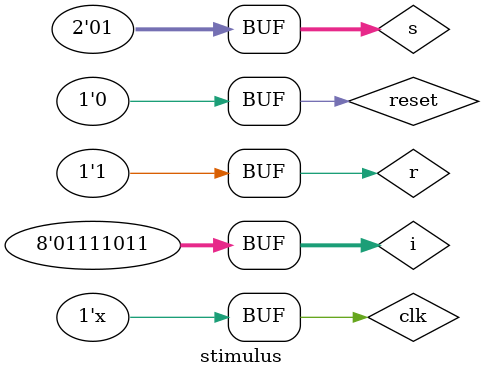
<source format=v>
module stimulus;
  
reg clk, reset, r;
wire [7:0] o;
reg [7:0] i;
reg[1:0] s;

Shift_Register SR(i, s, o, clk, reset, r) ;

initial clk = 1'b0;
always #5 clk = ~clk;

initial
begin


 reset = 1'b1;
 i = 8'b00000000;
 s = 2'b00;
 r = 1'b0;

 #5
 reset = 1'b0;
 
 #5
 i = 8'b10100101;
 s = 2'b11;
 
 #10
 i = 8'b01111011;
 s = 2'b00;
 
 #10
 s = 2'b01;
 
 #10
 s = 2'b10;
 r = 1'b1;
 
 #5
 s = 2'b11;
 
 #5
 s = 2'b01;
 r = 1'b0;
 
 #10
 s = 2'b11;
 
 #5
 s = 2'b10;
 
 #5
 s = 2'b00;
 
 #5
 reset = 1'b1;
 
 #5
 reset = 1'b0;
 s = 2'b01;
 r = 1'b1;
 
end



endmodule

</source>
